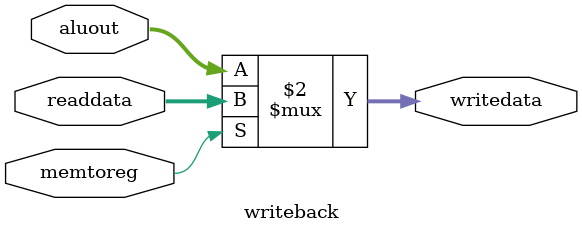
<source format=v>


module io_riscv_controller
(
  input clk,
  input rst,
  input rx,
  output rx_bsy,
  output tx,
  output tx_bsy
);

  reg risc_rst;
  reg risc_clk;

  // Instantiate the RX controller
  wire rx_block_timeout;
  wire rx_data_valid;
  wire [8-1:0] rx_data_out;

  // Instantiate the TX controller
  reg send_trig;
  reg [8-1:0] send_data;

  // Instantiate the RX fifo
  wire rx_fifo_we;
  wire [8-1:0] rx_fifo_in_data;
  reg rx_fifo_re;
  wire rx_fifo_out_valid;
  wire [8-1:0] rx_fifo_out_data;
  wire rx_fifo_empty;
  // The Rx fifo is controlled by the uart_rx module
  assign rx_fifo_we = rx_data_valid;
  assign rx_fifo_in_data = rx_data_out;

  // Config and read data from riscv
  reg [8-1:0] monitor_addr;
  reg config_on;
  wire [8-1:0] mem_dataout;
  wire [8-1:0] reg_dataout;

  // PC to board protocol
  localparam [8-1:0] PROT_PC_B_RESET = 8'h0;
  localparam [8-1:0] PROT_PC_B_CLOCK = 8'h1;

  // IO and protocol controller
  reg [4-1:0] fsm_io;
  localparam [4-1:0] FSM_IDLE = 4'h0;
  localparam [4-1:0] FSM_DECODE_PROTOCOL = 4'h1;
  localparam [4-1:0] FSM_RESET = 4'h2;
  localparam [4-1:0] FSM_EXEC_CLOCK = 4'h3;
  localparam [4-1:0] FSM_SEND_REG_TAM = 4'h4;
  localparam [4-1:0] FSM_SEND_REG_DATA = 4'h5;
  localparam [4-1:0] FSM_SEND_REG_BYTES = 4'h6;
  localparam [4-1:0] FSM_SEND_MEM_TAM = 4'h7;
  localparam [4-1:0] FSM_SEND_MEM_DATA = 4'h8;
  localparam [4-1:0] FSM_SEND_MEM_BYTES = 4'h9;

  always @(posedge clk) begin
    if(rst) begin
      fsm_io <= FSM_IDLE;
      rx_fifo_re <= 1'b0;
      risc_clk <= 1'b0;
      risc_rst <= 1'b0;
      send_trig <= 1'b0;
      config_on <= 1'b0;
    end else begin
      rx_fifo_re <= 1'b0;
      risc_clk <= 1'b0;
      risc_rst <= 1'b0;
      send_trig <= 1'b0;
      case(fsm_io)
        FSM_IDLE: begin
          if(~rx_fifo_empty) begin
            rx_fifo_re <= 1'b1;
            fsm_io <= FSM_DECODE_PROTOCOL;
          end 
        end
        FSM_DECODE_PROTOCOL: begin
          if(rx_fifo_out_valid) begin
            case(rx_fifo_out_data)
              PROT_PC_B_RESET: begin
                fsm_io <= FSM_RESET;
              end
              PROT_PC_B_CLOCK: begin
                fsm_io <= FSM_EXEC_CLOCK;
              end
              default: begin
                fsm_io <= FSM_IDLE;
              end
            endcase
          end 
        end
        FSM_RESET: begin
          risc_rst <= 1'b1;
          risc_clk <= 1'b1;
          fsm_io <= FSM_IDLE;
        end
        FSM_EXEC_CLOCK: begin
          risc_clk <= 1'b1;
          fsm_io <= FSM_SEND_REG_TAM;
        end
        FSM_SEND_REG_TAM: begin
          if(~tx_bsy) begin
            send_trig <= 1'b1;
            send_data <= 8'd32;
            monitor_addr <= 8'd0;
            fsm_io <= FSM_SEND_REG_DATA;
          end 
        end
        FSM_SEND_REG_DATA: begin
          if(monitor_addr == 32) begin
            config_on <= 1'b0;
            fsm_io <= FSM_IDLE;
          end else begin
            config_on <= 1'b1;
            fsm_io <= FSM_SEND_REG_BYTES;
          end
        end
        FSM_SEND_REG_BYTES: begin
          if(~tx_bsy) begin
            monitor_addr <= monitor_addr + 8'd1;
            send_trig <= 1;
            send_data <= reg_dataout;
            fsm_io <= FSM_SEND_REG_DATA;
          end 
        end
        FSM_SEND_MEM_TAM: begin
          if(~tx_bsy) begin
            send_trig <= 1'b1;
            send_data <= 8'd32;
            monitor_addr <= 8'd0;
            fsm_io <= FSM_SEND_MEM_DATA;
          end 
        end
        FSM_SEND_MEM_DATA: begin
          if(monitor_addr == 32) begin
            config_on <= 1'b0;
            fsm_io <= FSM_IDLE;
          end else begin
            config_on <= 1'b1;
            fsm_io <= FSM_SEND_MEM_BYTES;
          end
        end
        FSM_SEND_MEM_BYTES: begin
          if(~tx_bsy) begin
            monitor_addr <= monitor_addr + 8'd1;
            send_trig <= 1;
            send_data <= mem_dataout;
            fsm_io <= FSM_SEND_MEM_DATA;
          end 
        end
        default: begin
          fsm_io <= FSM_IDLE;
        end
      endcase
    end
  end


  fifo
  #(
    .FIFO_WIDTH(8),
    .FIFO_DEPTH_BITS(5)
  )
  rx_fifo
  (
    .clk(clk),
    .rst(rst),
    .we(rx_fifo_we),
    .in_data(rx_fifo_in_data),
    .re(rx_fifo_re),
    .out_valid(rx_fifo_out_valid),
    .out_data(rx_fifo_out_data),
    .empty(rx_fifo_empty)
  );


  uart_rx
  uart_rx
  (
    .clk(clk),
    .rst(rst),
    .rx(rx),
    .rx_bsy(rx_bsy),
    .block_timeout(rx_block_timeout),
    .data_valid(rx_data_valid),
    .data_out(rx_data_out)
  );


  uart_tx
  uart_tx
  (
    .clk(clk),
    .rst(rst),
    .send_trig(send_trig),
    .send_data(send_data),
    .tx(tx),
    .tx_bsy(tx_bsy)
  );


  riscv_rd_5_ird_6
  riscv_rd_5_ird_6
  (
    .clk(risc_clk),
    .rst(risc_rst),
    .monitor_read_on(config_on),
    .monitor_addr(monitor_addr),
    .mem_dataout(mem_dataout),
    .reg_dataout(reg_dataout)
  );


  initial begin
    risc_rst = 1;
    risc_clk = 0;
    send_trig = 0;
    send_data = 0;
    rx_fifo_re = 0;
    monitor_addr = 0;
    config_on = 0;
    fsm_io = 0;
  end


endmodule



module fifo #
(
  parameter FIFO_WIDTH = 32,
  parameter FIFO_DEPTH_BITS = 2,
  parameter FIFO_ALMOSTFULL_THRESHOLD = 2 ** FIFO_DEPTH_BITS - 2,
  parameter FIFO_ALMOSTEMPTY_THRESHOLD = 2
)
(
  input clk,
  input rst,
  input we,
  input [FIFO_WIDTH-1:0] in_data,
  input re,
  output reg out_valid,
  output reg [FIFO_WIDTH-1:0] out_data,
  output reg empty,
  output reg almostempty,
  output reg full,
  output reg almostfull,
  output reg [FIFO_DEPTH_BITS+1-1:0] data_count
);

  reg [FIFO_DEPTH_BITS-1:0] read_pointer;
  reg [FIFO_DEPTH_BITS-1:0] write_pointer;
  reg [FIFO_WIDTH-1:0] mem [0:2**FIFO_DEPTH_BITS-1];

  always @(posedge clk) begin
    if(rst) begin
      empty <= 1;
      almostempty <= 1;
      full <= 0;
      almostfull <= 0;
      read_pointer <= 0;
      write_pointer <= 0;
      data_count <= 0;
    end else begin
      case({ we, re })
        3: begin
          read_pointer <= read_pointer + 1;
          write_pointer <= write_pointer + 1;
        end
        2: begin
          if(~full) begin
            write_pointer <= write_pointer + 1;
            data_count <= data_count + 1;
            empty <= 0;
            if(data_count == FIFO_ALMOSTEMPTY_THRESHOLD - 1) begin
              almostempty <= 0;
            end 
            if(data_count == 2 ** FIFO_DEPTH_BITS - 1) begin
              full <= 1;
            end 
            if(data_count == FIFO_ALMOSTFULL_THRESHOLD - 1) begin
              almostfull <= 1;
            end 
          end 
        end
        1: begin
          if(~empty) begin
            read_pointer <= read_pointer + 1;
            data_count <= data_count - 1;
            full <= 0;
            if(data_count == FIFO_ALMOSTFULL_THRESHOLD) begin
              almostfull <= 0;
            end 
            if(data_count == 1) begin
              empty <= 1;
            end 
            if(data_count == FIFO_ALMOSTEMPTY_THRESHOLD) begin
              almostempty <= 1;
            end 
          end 
        end
      endcase
    end
  end


  always @(posedge clk) begin
    if(rst) begin
      out_valid <= 0;
    end else begin
      out_valid <= 0;
      if(we == 1) begin
        mem[write_pointer] <= in_data;
      end 
      if(re == 1) begin
        out_data <= mem[read_pointer];
        out_valid <= 1;
      end 
    end
  end


endmodule



module uart_rx
(
  input clk,
  input rst,
  input rx,
  output reg rx_bsy,
  output reg block_timeout,
  output reg data_valid,
  output reg [8-1:0] data_out
);

  // 27MHz
  // 3Mbits
  localparam CLKPERFRM = 86;
  // bit order is lsb-msb
  localparam TBITAT = 5;
  // START BIT
  localparam BIT0AT = 11;
  localparam BIT1AT = 20;
  localparam BIT2AT = 29;
  localparam BIT3AT = 38;
  localparam BIT4AT = 47;
  localparam BIT5AT = 56;
  localparam BIT6AT = 65;
  localparam BIT7AT = 74;
  localparam PBITAT = 80;
  // STOP bit
  localparam BLK_TIMEOUT = 20;
  // this depends on your USB UART chip

  // rx flow control
  reg [8-1:0] rx_cnt;

  //logic rx_sync
  reg rx_hold;
  reg timeout;
  wire frame_begin;
  wire frame_end;
  wire start_invalid;
  wire stop_invalid;

  always @(posedge clk) begin
    if(rst) begin
      rx_hold <= 1'b0;
    end else begin
      rx_hold <= rx;
    end
  end

  // negative edge detect
  assign frame_begin = &{ ~rx_bsy, ~rx, rx_hold };
  // final count
  assign frame_end = &{ rx_bsy, rx_cnt == CLKPERFRM };
  // START bit must be low  for 80% of the bit duration
  assign start_invalid = &{ rx_bsy, rx_cnt < TBITAT, rx };
  // STOP  bit must be high for 80% of the bit duration
  assign stop_invalid = &{ rx_bsy, rx_cnt > PBITAT, ~rx };

  always @(posedge clk) begin
    if(rst) begin
      rx_bsy <= 1'b0;
    end else begin
      if(frame_begin) begin
        rx_bsy <= 1'b1;
      end else if(|{ start_invalid, stop_invalid }) begin
        rx_bsy <= 1'b0;
      end else if(frame_end) begin
        rx_bsy <= 1'b0;
      end 
    end
  end

  // count if frame is valid or until the timeout

  always @(posedge clk) begin
    if(rst) begin
      rx_cnt <= 8'd0;
    end else begin
      if(frame_begin) begin
        rx_cnt <= 8'd0;
      end else if(|{ start_invalid, stop_invalid, frame_end }) begin
        rx_cnt <= 8'd0;
      end else if(~timeout) begin
        rx_cnt <= rx_cnt + 1;
      end else begin
        rx_cnt <= 8'd0;
      end
    end
  end

  // this just stops the rx_cnt

  always @(posedge clk) begin
    if(rst) begin
      timeout <= 1'b0;
    end else begin
      if(frame_begin) begin
        timeout <= 1'b0;
      end else if(&{ ~rx_bsy, rx_cnt == BLK_TIMEOUT }) begin
        timeout <= 1'b1;
      end 
    end
  end

  // this signals the end of block uart transfer

  always @(posedge clk) begin
    if(rst) begin
      block_timeout <= 1'b0;
    end else begin
      if(&{ ~rx_bsy, rx_cnt == BLK_TIMEOUT }) begin
        block_timeout <= 1'b1;
      end else begin
        block_timeout <= 1'b0;
      end
    end
  end

  // this pulses upon completion of a clean frame

  always @(posedge clk) begin
    if(rst) begin
      data_valid <= 1'b0;
    end else begin
      if(frame_end) begin
        data_valid <= 1'b1;
      end else begin
        data_valid <= 1'b0;
      end
    end
  end

  // rx data control

  always @(posedge clk) begin
    if(rst) begin
      data_out <= 8'd0;
    end else begin
      if(rx_bsy) begin
        case(rx_cnt)
          BIT0AT: begin
            data_out[0] <= rx;
          end
          BIT1AT: begin
            data_out[1] <= rx;
          end
          BIT2AT: begin
            data_out[2] <= rx;
          end
          BIT3AT: begin
            data_out[3] <= rx;
          end
          BIT4AT: begin
            data_out[4] <= rx;
          end
          BIT5AT: begin
            data_out[5] <= rx;
          end
          BIT6AT: begin
            data_out[6] <= rx;
          end
          BIT7AT: begin
            data_out[7] <= rx;
          end
        endcase
      end 
    end
  end


  initial begin
    rx_bsy = 0;
    block_timeout = 0;
    data_valid = 0;
    data_out = 0;
    rx_cnt = 0;
    rx_hold = 0;
    timeout = 0;
  end


endmodule



module uart_tx
(
  input clk,
  input rst,
  input send_trig,
  input [8-1:0] send_data,
  output reg tx,
  output reg tx_bsy
);

  // 27MHz
  // 3Mbps
  localparam CLKPERFRM = 90;
  // bit order is lsb-msb
  localparam TBITAT = 1;
  // START bit
  localparam BIT0AT = 10;
  localparam BIT1AT = 19;
  localparam BIT2AT = 28;
  localparam BIT3AT = 37;
  localparam BIT4AT = 46;
  localparam BIT5AT = 55;
  localparam BIT6AT = 64;
  localparam BIT7AT = 73;
  localparam PBITAT = 82;
  // STOP bit

  // tx flow control 
  reg [8-1:0] tx_cnt;

  // buffer
  reg [8-1:0] data2send;
  wire frame_begin;
  wire frame_end;
  assign frame_begin = &{ send_trig, ~tx_bsy };
  assign frame_end = &{ tx_bsy, tx_cnt == CLKPERFRM };

  always @(posedge clk) begin
    if(rst) begin
      tx_bsy <= 1'b0;
    end else begin
      if(frame_begin) begin
        tx_bsy <= 1'b1;
      end else if(frame_end) begin
        tx_bsy <= 1'b0;
      end 
    end
  end


  always @(posedge clk) begin
    if(rst) begin
      tx_cnt <= 8'd0;
    end else begin
      if(frame_end) begin
        tx_cnt <= 8'd0;
      end else if(tx_bsy) begin
        tx_cnt <= tx_cnt + 1;
      end 
    end
  end


  always @(posedge clk) begin
    if(rst) begin
      data2send <= 8'd0;
    end else begin
      data2send <= send_data;
    end
  end


  always @(posedge clk) begin
    if(rst) begin
      tx <= 1'b1;
    end else begin
      if(tx_bsy) begin
        case(tx_cnt)
          TBITAT: begin
            tx <= 1'b0;
          end
          BIT0AT: begin
            tx <= data2send[0];
          end
          BIT1AT: begin
            tx <= data2send[1];
          end
          BIT2AT: begin
            tx <= data2send[2];
          end
          BIT3AT: begin
            tx <= data2send[3];
          end
          BIT4AT: begin
            tx <= data2send[4];
          end
          BIT5AT: begin
            tx <= data2send[5];
          end
          BIT6AT: begin
            tx <= data2send[6];
          end
          BIT7AT: begin
            tx <= data2send[7];
          end
          PBITAT: begin
            tx <= 1'b0;
          end
        endcase
      end else begin
        tx <= 1'b1;
      end
    end
  end


  initial begin
    tx = 1;
    tx_bsy = 0;
    tx_cnt = 0;
    data2send = 0;
  end


endmodule



module riscv_rd_5_ird_6
(
  input clk,
  input rst,
  input monitor_read_on,
  input monitor_write_on,
  input [8-1:0] monitor_addr,
  output [8-1:0] mem_dataout,
  output [8-1:0] reg_dataout
);

  wire [32-1:0] writedata;
  wire [32-1:0] inst;
  wire [32-1:0] sigext;
  wire [32-1:0] data1;
  wire [32-1:0] data2;
  wire [32-1:0] aluout;
  wire [32-1:0] readdata;
  wire zero;
  wire memread;
  wire memwrite;
  wire memtoreg;
  wire branch;
  wire alusrc;
  wire [10-1:0] funct;
  wire [2-1:0] aluop;
  // adaptacao para a interface serial controlar a execução do riscV
  // estágio de memoria
  wire mrd;
  wire [32-1:0] maddr;
  assign mrd = |{ memread, monitor_read_on };
  assign maddr = (monitor_read_on)? { 24'd0, monitor_addr } : aluout;
  assign mem_dataout = readdata[7:0];
  //*
  // estágio de decode
  assign reg_dataout = data1[7:0];
  //*
  //*****

  fetch
  fetch
  (
    .clk(clk),
    .rst(rst),
    .zero(zero),
    .branch(branch),
    .sigext(sigext),
    .inst(inst)
  );


  decode
  decode
  (
    .clk(clk),
    .inst(inst),
    .writedata(writedata),
    .data1(data1),
    .data2(data2),
    .immgen(sigext),
    .alusrc(alusrc),
    .memread(memread),
    .memwrite(memwrite),
    .memtoreg(memtoreg),
    .branch(branch),
    .aluop(aluop),
    .funct(funct),
    .monitor_read_on(monitor_read_on),
    .monitor_addr(monitor_addr[4:0])
  );


  execute
  execute
  (
    .in1(data1),
    .in2(data2),
    .immgen(sigext),
    .alusrc(alusrc),
    .aluop(aluop),
    .funct(funct),
    .zero(zero),
    .aluout(aluout)
  );


  memory
  memory
  (
    .clk(clk),
    .address(maddr),
    .writedata(data2),
    .memread(mrd),
    .memwrite(memwrite),
    .readdata(readdata)
  );


  writeback
  writeback
  (
    .aluout(aluout),
    .readdata(readdata),
    .memtoreg(memtoreg),
    .writedata(writedata)
  );


endmodule



module fetch
(
  input clk,
  input rst,
  input zero,
  input branch,
  input [32-1:0] sigext,
  output [32-1:0] inst
);

  wire [32-1:0] pc;
  wire [32-1:0] pc_4;
  wire [32-1:0] new_pc;

  assign pc_4 = 32'd4 + pc;
  assign new_pc = (branch && zero)? pc + sigext : pc_4;

  pc
  fetch
  (
    .clk(clk),
    .rst(rst),
    .pc_in(new_pc),
    .pc_out(pc)
  );


  memory
  memory
  (
    .clk(clk),
    .address(pc[31:2]),
    .memread(1'b1),
    .memwrite(1'b0),
    .readdata(inst)
  );


endmodule



module pc
(
  input clk,
  input rst,
  input [32-1:0] pc_in,
  output reg [32-1:0] pc_out
);


  always @(posedge clk) begin
    pc_out <= pc_in;
    if(rst) begin
      pc_out <= 32'd0;
    end 
  end


  initial begin
    pc_out = 0;
  end


endmodule



module memory
(
  input clk,
  input [32-1:0] address,
  input [32-1:0] writedata,
  input memread,
  input memwrite,
  output [32-1:0] readdata
);

  reg [32-1:0] memory [0:32-1];

  assign readdata = (memread)? memory[address[31:2]] : 32'd0;

  always @(posedge clk) begin
    if(memwrite) begin
      memory[address[31:2]] <= writedata;
    end 
  end


endmodule



module decode
(
  input clk,
  input [32-1:0] inst,
  input [32-1:0] writedata,
  output [32-1:0] data1,
  output [32-1:0] data2,
  output [32-1:0] immgen,
  output alusrc,
  output memread,
  output memwrite,
  output memtoreg,
  output branch,
  output [2-1:0] aluop,
  output [10-1:0] funct,
  input monitor_read_on,
  input [5-1:0] monitor_addr
);

  wire regwrite;
  wire [5-1:0] rs1;
  wire [5-1:0] rs2;
  wire [5-1:0] rd;
  wire [7-1:0] opcode;
  wire [7-1:0] funct7;
  wire [3-1:0] funct3;

  assign opcode = inst[6:0];
  assign rs1 = inst[19:15];
  assign rs2 = inst[24:20];
  assign rd = inst[11:7];
  assign funct7 = inst[31:25];
  assign funct3 = inst[14:12];
  assign funct = { funct7, funct3 };
  // adaptacao para a interface serial controlar a execução do riscV
  wire [5-1:0] raddr;
  assign raddr = (monitor_read_on)? monitor_addr : rs1;
  // *****

  control_unit
  control_unit
  (
    .opcode(opcode),
    .inst(inst),
    .alusrc(alusrc),
    .memtoreg(memtoreg),
    .regwrite(regwrite),
    .memread(memread),
    .memwrite(memwrite),
    .branch(branch),
    .aluop(aluop),
    .immgen(immgen)
  );


  register_bank
  register_bank
  (
    .clk(clk),
    .regwrite(regwrite),
    .read_reg1(raddr),
    .read_reg2(rs2),
    .write_reg(rd),
    .writedata(writedata),
    .read_data1(data1),
    .read_data2(data2)
  );


endmodule



module control_unit
(
  input [7-1:0] opcode,
  input [32-1:0] inst,
  output reg alusrc,
  output reg memtoreg,
  output reg regwrite,
  output reg memread,
  output reg memwrite,
  output reg branch,
  output reg [2-1:0] aluop,
  output reg [32-1:0] immgen
);


  wire [19-1:0] catbits;
  assign catbits = (inst[31])? 19'b1111111111111111111 : 19'b0;

  always @(*) begin
    alusrc <= 1'd0;
    memtoreg <= 1'd0;
    regwrite <= 1'd0;
    memread <= 1'd0;
    memwrite <= 1'd0;
    branch <= 1'd0;
    aluop <= 2'd0;
    immgen <= 32'd0;
    case(opcode)
      7'b110011: begin
        regwrite <= 1'd1;
        aluop <= 2'd2;
      end
      7'b1100011: begin
        branch <= 1'd1;
        aluop <= 2'd1;
        immgen <= { catbits, inst[31], inst[7], inst[30:25], inst[11:8], 1'b0 };
      end
      7'b10011: begin
        alusrc <= 1'd1;
        regwrite <= 1'd1;
        aluop <= 2'd3;
        immgen <= { inst[31], catbits, inst[31:20] };
      end
      7'b11: begin
        alusrc <= 1'd1;
        memtoreg <= 1'd1;
        regwrite <= 1'd1;
        memread <= 1'd1;
        immgen <= { inst[31], catbits, inst[31:20] };
      end
      7'b100011: begin
        alusrc <= 1'd1;
        memwrite <= 1'd1;
        immgen <= { inst[31], catbits, inst[31:25], inst[11:7] };
      end
    endcase
  end


  initial begin
    alusrc = 0;
    memtoreg = 0;
    regwrite = 0;
    memread = 0;
    memwrite = 0;
    branch = 0;
    aluop = 0;
    immgen = 0;
  end


endmodule



module register_bank
(
  input clk,
  input regwrite,
  input [5-1:0] read_reg1,
  input [5-1:0] read_reg2,
  input [5-1:0] write_reg,
  input [32-1:0] writedata,
  output [32-1:0] read_data1,
  output [32-1:0] read_data2
);

  reg [32-1:0] reg_bank [0:32-1];

  assign read_data1 = reg_bank[read_reg1];
  assign read_data2 = reg_bank[read_reg2];

  always @(posedge clk) begin
    if(regwrite) begin
      reg_bank[write_reg] <= writedata;
    end 
  end

  integer i_initial;

  initial begin
    for(i_initial=0; i_initial<32; i_initial=i_initial+1) begin
      reg_bank[i_initial] = 0;
    end
  end


endmodule



module execute
(
  input [32-1:0] in1,
  input [32-1:0] in2,
  input [32-1:0] immgen,
  input alusrc,
  input [2-1:0] aluop,
  input [10-1:0] funct,
  output zero,
  output [32-1:0] aluout
);

  wire [32-1:0] alub;
  wire [4-1:0] aluctrl;

  assign alub = (alusrc)? immgen : in2;
  wire zero1;
  wire [3-1:0] f3;
  assign f3 = funct[2:0];
  assign zero = (f3 == 3'b0)? zero1 : 
                (f3 == 3'b1)? ~zero1 : 
                (f3 == 3'b100)? aluout[31] : 
                (f3 == 3'b101)? ~aluout[31] : 
                (f3 == 3'b110)? in1 < alub : 
                (f3 == 3'b111)? ~(in1 < alub) : 0;

  alucontrol
  alucontrol
  (
    .aluop(aluop),
    .funct(funct),
    .alucontrol(aluctrl)
  );


  alu
  alu
  (
    .alucontrol(aluctrl),
    .a(in1),
    .b(alub),
    .aluout(aluout),
    .zero(zero1)
  );


endmodule



module alucontrol
(
  input [2-1:0] aluop,
  input [10-1:0] funct,
  output reg [4-1:0] alucontrol
);

  wire [8-1:0] funct7;
  wire [3-1:0] funct3;
  wire [4-1:0] aluopcode;

  assign funct3 = funct[2:0];
  assign funct7 = funct[9:3];
  assign aluopcode = { funct[5], funct3 };

  always @(*) begin
    case(aluop)
      2'd0: begin
        alucontrol <= 4'd2;
      end
      2'd1: begin
        alucontrol <= 4'd6;
      end
      2'd2: begin
        case(funct3)
          3'd0: begin
            alucontrol <= (funct7 == 0)? 4'd2 : 4'd6;
          end
          3'd1: begin
            alucontrol <= 4'd3;
          end
          3'd2: begin
            alucontrol <= 4'd7;
          end
          3'd3: begin
            alucontrol <= 4'd9;
          end
          3'd4: begin
            alucontrol <= 4'd4;
          end
          3'd5: begin
            alucontrol <= (funct7[5])? 4'd5 : 4'd8;
          end
          3'd6: begin
            alucontrol <= 4'd1;
          end
          3'd7: begin
            alucontrol <= 4'd0;
          end
          default: begin
            alucontrol <= 4'd15;
          end
        endcase
      end
      2'd3: begin
        case(funct3)
          3'd0: begin
            alucontrol <= 4'd2;
          end
          3'd1: begin
            alucontrol <= 4'd3;
          end
          3'd2: begin
            alucontrol <= 4'd7;
          end
          3'd3: begin
            alucontrol <= 4'd9;
          end
          3'd4: begin
            alucontrol <= 4'd4;
          end
          3'd5: begin
            alucontrol <= (funct7[5])? 4'd5 : 4'd8;
          end
          3'd6: begin
            alucontrol <= 4'd1;
          end
          3'd7: begin
            alucontrol <= 4'd0;
          end
          default: begin
            alucontrol <= 4'd15;
          end
        endcase
      end
    endcase
  end


  initial begin
    alucontrol = 0;
  end


endmodule



module alu
(
  input [4-1:0] alucontrol,
  input [32-1:0] a,
  input [32-1:0] b,
  output reg [32-1:0] aluout,
  output zero
);

  assign zero = aluout == 0;

  wire [32-1:0] t;
  wire [32-1:0] sh;
  wire [32-1:0] p;

  slt
  slt
  (
    .a(a),
    .b(b),
    .s(t)
  );


  shiftra
  shiftra
  (
    .a(a),
    .b(b[4:0]),
    .o(sh)
  );


  always @(*) begin
    case(alucontrol)
      4'd0: begin
        aluout <= a & b;
      end
      4'd1: begin
        aluout <= a | b;
      end
      4'd2: begin
        aluout <= a + b;
      end
      4'd3: begin
        aluout <= a << b[4:0];
      end
      4'd4: begin
        aluout <= a ^ b;
      end
      4'd5: begin
        aluout <= sh;
      end
      4'd6: begin
        aluout <= a - b;
      end
      4'd7: begin
        aluout <= t;
      end
      4'd8: begin
        aluout <= a >> b[4:0];
      end
      4'd9: begin
        aluout <= a < b;
      end
      default: begin
        aluout <= 32'd0;
      end
    endcase
  end


  initial begin
    aluout = 0;
  end


endmodule



module slt
(
  input [32-1:0] a,
  input [32-1:0] b,
  output [32-1:0] s
);

  wire [32-1:0] sub;
  assign sub = a - b;
  assign s = (sub[31])? 32'd1 : 32'd0;

endmodule



module shiftra
(
  input [32-1:0] a,
  input [5-1:0] b,
  output [32-1:0] o
);

  wire [32-1:0] s;
  wire [32-1:0] t;
  wire [32-1:0] m;

  assign m = 32'b11111111111111111111111111111111;
  assign s = m >> b;
  assign t = a >> b;
  assign o = (a[31])? ~s | t : t;

endmodule



module writeback
(
  input [32-1:0] aluout,
  input [32-1:0] readdata,
  input memtoreg,
  output [32-1:0] writedata
);

  assign writedata = (memtoreg)? readdata : aluout;

endmodule


</source>
